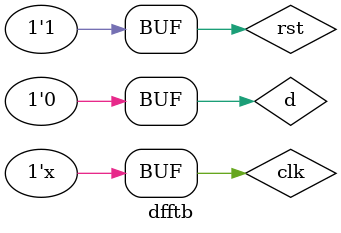
<source format=v>
`timescale 1ns / 1ps


module dfftb;

	// Inputs
	reg d;
	reg clk;
	reg rst;

	// Outputs
	wire q;

	// Instantiate the Unit Under Test (UUT)
	dff uut (
		.d(d), 
		.q(q), 
		.clk(clk), 
		.rst(rst)
	); 
	
	always  
	#5 clk = ~clk;

	initial begin
		// Initialize Inputs
		d = 0;
		clk = 0;
		rst = 0;

		// Wait 100 ns for global reset to finish
		#100;
        
		// Add stimulus here 
		
		$monitor($time,"input is %b",d,"Output is %b",q);
		
		#5 rst = 1; 
		#5 d=0; 
		#5 d=1; 
		#5 d=0;

	end
      
endmodule


</source>
